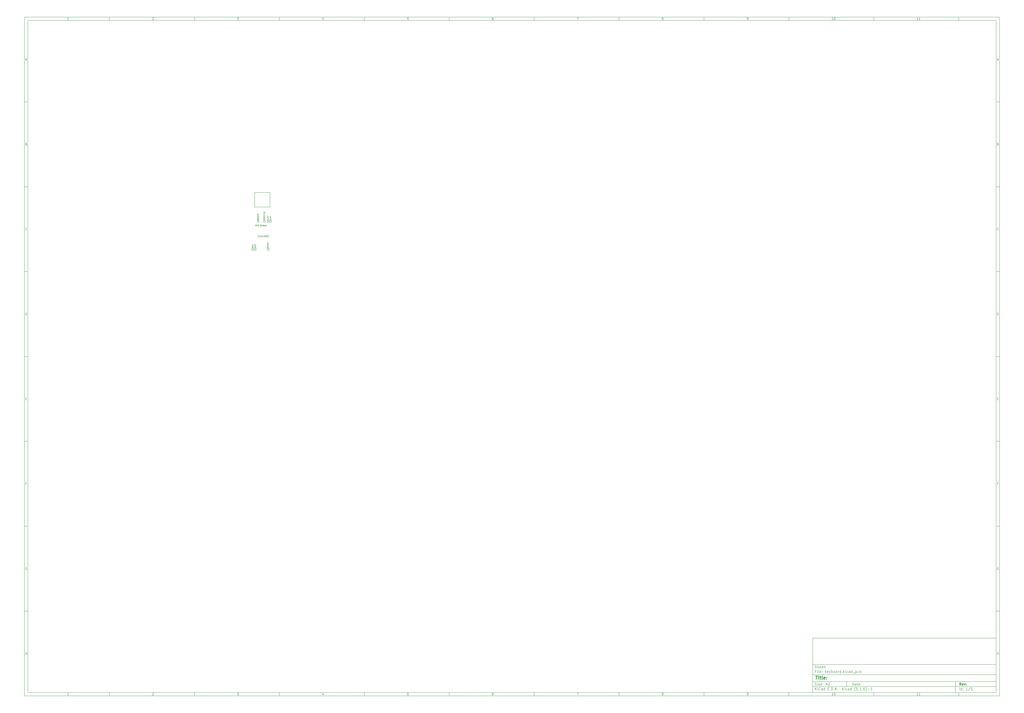
<source format=gbr>
G04 #@! TF.GenerationSoftware,KiCad,Pcbnew,(5.1.6)-1*
G04 #@! TF.CreationDate,2020-10-04T22:42:36-04:00*
G04 #@! TF.ProjectId,keyboard,6b657962-6f61-4726-942e-6b696361645f,rev?*
G04 #@! TF.SameCoordinates,Original*
G04 #@! TF.FileFunction,Other,Comment*
%FSLAX46Y46*%
G04 Gerber Fmt 4.6, Leading zero omitted, Abs format (unit mm)*
G04 Created by KiCad (PCBNEW (5.1.6)-1) date 2020-10-04 22:42:36*
%MOMM*%
%LPD*%
G01*
G04 APERTURE LIST*
%ADD10C,0.100000*%
%ADD11C,0.150000*%
%ADD12C,0.300000*%
%ADD13C,0.400000*%
G04 APERTURE END LIST*
D10*
D11*
X474004400Y-375989000D02*
X474004400Y-407989000D01*
X582004400Y-407989000D01*
X582004400Y-375989000D01*
X474004400Y-375989000D01*
D10*
D11*
X10000000Y-10000000D02*
X10000000Y-409989000D01*
X584004400Y-409989000D01*
X584004400Y-10000000D01*
X10000000Y-10000000D01*
D10*
D11*
X12000000Y-12000000D02*
X12000000Y-407989000D01*
X582004400Y-407989000D01*
X582004400Y-12000000D01*
X12000000Y-12000000D01*
D10*
D11*
X60000000Y-12000000D02*
X60000000Y-10000000D01*
D10*
D11*
X110000000Y-12000000D02*
X110000000Y-10000000D01*
D10*
D11*
X160000000Y-12000000D02*
X160000000Y-10000000D01*
D10*
D11*
X210000000Y-12000000D02*
X210000000Y-10000000D01*
D10*
D11*
X260000000Y-12000000D02*
X260000000Y-10000000D01*
D10*
D11*
X310000000Y-12000000D02*
X310000000Y-10000000D01*
D10*
D11*
X360000000Y-12000000D02*
X360000000Y-10000000D01*
D10*
D11*
X410000000Y-12000000D02*
X410000000Y-10000000D01*
D10*
D11*
X460000000Y-12000000D02*
X460000000Y-10000000D01*
D10*
D11*
X510000000Y-12000000D02*
X510000000Y-10000000D01*
D10*
D11*
X560000000Y-12000000D02*
X560000000Y-10000000D01*
D10*
D11*
X36065476Y-11588095D02*
X35322619Y-11588095D01*
X35694047Y-11588095D02*
X35694047Y-10288095D01*
X35570238Y-10473809D01*
X35446428Y-10597619D01*
X35322619Y-10659523D01*
D10*
D11*
X85322619Y-10411904D02*
X85384523Y-10350000D01*
X85508333Y-10288095D01*
X85817857Y-10288095D01*
X85941666Y-10350000D01*
X86003571Y-10411904D01*
X86065476Y-10535714D01*
X86065476Y-10659523D01*
X86003571Y-10845238D01*
X85260714Y-11588095D01*
X86065476Y-11588095D01*
D10*
D11*
X135260714Y-10288095D02*
X136065476Y-10288095D01*
X135632142Y-10783333D01*
X135817857Y-10783333D01*
X135941666Y-10845238D01*
X136003571Y-10907142D01*
X136065476Y-11030952D01*
X136065476Y-11340476D01*
X136003571Y-11464285D01*
X135941666Y-11526190D01*
X135817857Y-11588095D01*
X135446428Y-11588095D01*
X135322619Y-11526190D01*
X135260714Y-11464285D01*
D10*
D11*
X185941666Y-10721428D02*
X185941666Y-11588095D01*
X185632142Y-10226190D02*
X185322619Y-11154761D01*
X186127380Y-11154761D01*
D10*
D11*
X236003571Y-10288095D02*
X235384523Y-10288095D01*
X235322619Y-10907142D01*
X235384523Y-10845238D01*
X235508333Y-10783333D01*
X235817857Y-10783333D01*
X235941666Y-10845238D01*
X236003571Y-10907142D01*
X236065476Y-11030952D01*
X236065476Y-11340476D01*
X236003571Y-11464285D01*
X235941666Y-11526190D01*
X235817857Y-11588095D01*
X235508333Y-11588095D01*
X235384523Y-11526190D01*
X235322619Y-11464285D01*
D10*
D11*
X285941666Y-10288095D02*
X285694047Y-10288095D01*
X285570238Y-10350000D01*
X285508333Y-10411904D01*
X285384523Y-10597619D01*
X285322619Y-10845238D01*
X285322619Y-11340476D01*
X285384523Y-11464285D01*
X285446428Y-11526190D01*
X285570238Y-11588095D01*
X285817857Y-11588095D01*
X285941666Y-11526190D01*
X286003571Y-11464285D01*
X286065476Y-11340476D01*
X286065476Y-11030952D01*
X286003571Y-10907142D01*
X285941666Y-10845238D01*
X285817857Y-10783333D01*
X285570238Y-10783333D01*
X285446428Y-10845238D01*
X285384523Y-10907142D01*
X285322619Y-11030952D01*
D10*
D11*
X335260714Y-10288095D02*
X336127380Y-10288095D01*
X335570238Y-11588095D01*
D10*
D11*
X385570238Y-10845238D02*
X385446428Y-10783333D01*
X385384523Y-10721428D01*
X385322619Y-10597619D01*
X385322619Y-10535714D01*
X385384523Y-10411904D01*
X385446428Y-10350000D01*
X385570238Y-10288095D01*
X385817857Y-10288095D01*
X385941666Y-10350000D01*
X386003571Y-10411904D01*
X386065476Y-10535714D01*
X386065476Y-10597619D01*
X386003571Y-10721428D01*
X385941666Y-10783333D01*
X385817857Y-10845238D01*
X385570238Y-10845238D01*
X385446428Y-10907142D01*
X385384523Y-10969047D01*
X385322619Y-11092857D01*
X385322619Y-11340476D01*
X385384523Y-11464285D01*
X385446428Y-11526190D01*
X385570238Y-11588095D01*
X385817857Y-11588095D01*
X385941666Y-11526190D01*
X386003571Y-11464285D01*
X386065476Y-11340476D01*
X386065476Y-11092857D01*
X386003571Y-10969047D01*
X385941666Y-10907142D01*
X385817857Y-10845238D01*
D10*
D11*
X435446428Y-11588095D02*
X435694047Y-11588095D01*
X435817857Y-11526190D01*
X435879761Y-11464285D01*
X436003571Y-11278571D01*
X436065476Y-11030952D01*
X436065476Y-10535714D01*
X436003571Y-10411904D01*
X435941666Y-10350000D01*
X435817857Y-10288095D01*
X435570238Y-10288095D01*
X435446428Y-10350000D01*
X435384523Y-10411904D01*
X435322619Y-10535714D01*
X435322619Y-10845238D01*
X435384523Y-10969047D01*
X435446428Y-11030952D01*
X435570238Y-11092857D01*
X435817857Y-11092857D01*
X435941666Y-11030952D01*
X436003571Y-10969047D01*
X436065476Y-10845238D01*
D10*
D11*
X486065476Y-11588095D02*
X485322619Y-11588095D01*
X485694047Y-11588095D02*
X485694047Y-10288095D01*
X485570238Y-10473809D01*
X485446428Y-10597619D01*
X485322619Y-10659523D01*
X486870238Y-10288095D02*
X486994047Y-10288095D01*
X487117857Y-10350000D01*
X487179761Y-10411904D01*
X487241666Y-10535714D01*
X487303571Y-10783333D01*
X487303571Y-11092857D01*
X487241666Y-11340476D01*
X487179761Y-11464285D01*
X487117857Y-11526190D01*
X486994047Y-11588095D01*
X486870238Y-11588095D01*
X486746428Y-11526190D01*
X486684523Y-11464285D01*
X486622619Y-11340476D01*
X486560714Y-11092857D01*
X486560714Y-10783333D01*
X486622619Y-10535714D01*
X486684523Y-10411904D01*
X486746428Y-10350000D01*
X486870238Y-10288095D01*
D10*
D11*
X536065476Y-11588095D02*
X535322619Y-11588095D01*
X535694047Y-11588095D02*
X535694047Y-10288095D01*
X535570238Y-10473809D01*
X535446428Y-10597619D01*
X535322619Y-10659523D01*
X537303571Y-11588095D02*
X536560714Y-11588095D01*
X536932142Y-11588095D02*
X536932142Y-10288095D01*
X536808333Y-10473809D01*
X536684523Y-10597619D01*
X536560714Y-10659523D01*
D10*
D11*
X60000000Y-407989000D02*
X60000000Y-409989000D01*
D10*
D11*
X110000000Y-407989000D02*
X110000000Y-409989000D01*
D10*
D11*
X160000000Y-407989000D02*
X160000000Y-409989000D01*
D10*
D11*
X210000000Y-407989000D02*
X210000000Y-409989000D01*
D10*
D11*
X260000000Y-407989000D02*
X260000000Y-409989000D01*
D10*
D11*
X310000000Y-407989000D02*
X310000000Y-409989000D01*
D10*
D11*
X360000000Y-407989000D02*
X360000000Y-409989000D01*
D10*
D11*
X410000000Y-407989000D02*
X410000000Y-409989000D01*
D10*
D11*
X460000000Y-407989000D02*
X460000000Y-409989000D01*
D10*
D11*
X510000000Y-407989000D02*
X510000000Y-409989000D01*
D10*
D11*
X560000000Y-407989000D02*
X560000000Y-409989000D01*
D10*
D11*
X36065476Y-409577095D02*
X35322619Y-409577095D01*
X35694047Y-409577095D02*
X35694047Y-408277095D01*
X35570238Y-408462809D01*
X35446428Y-408586619D01*
X35322619Y-408648523D01*
D10*
D11*
X85322619Y-408400904D02*
X85384523Y-408339000D01*
X85508333Y-408277095D01*
X85817857Y-408277095D01*
X85941666Y-408339000D01*
X86003571Y-408400904D01*
X86065476Y-408524714D01*
X86065476Y-408648523D01*
X86003571Y-408834238D01*
X85260714Y-409577095D01*
X86065476Y-409577095D01*
D10*
D11*
X135260714Y-408277095D02*
X136065476Y-408277095D01*
X135632142Y-408772333D01*
X135817857Y-408772333D01*
X135941666Y-408834238D01*
X136003571Y-408896142D01*
X136065476Y-409019952D01*
X136065476Y-409329476D01*
X136003571Y-409453285D01*
X135941666Y-409515190D01*
X135817857Y-409577095D01*
X135446428Y-409577095D01*
X135322619Y-409515190D01*
X135260714Y-409453285D01*
D10*
D11*
X185941666Y-408710428D02*
X185941666Y-409577095D01*
X185632142Y-408215190D02*
X185322619Y-409143761D01*
X186127380Y-409143761D01*
D10*
D11*
X236003571Y-408277095D02*
X235384523Y-408277095D01*
X235322619Y-408896142D01*
X235384523Y-408834238D01*
X235508333Y-408772333D01*
X235817857Y-408772333D01*
X235941666Y-408834238D01*
X236003571Y-408896142D01*
X236065476Y-409019952D01*
X236065476Y-409329476D01*
X236003571Y-409453285D01*
X235941666Y-409515190D01*
X235817857Y-409577095D01*
X235508333Y-409577095D01*
X235384523Y-409515190D01*
X235322619Y-409453285D01*
D10*
D11*
X285941666Y-408277095D02*
X285694047Y-408277095D01*
X285570238Y-408339000D01*
X285508333Y-408400904D01*
X285384523Y-408586619D01*
X285322619Y-408834238D01*
X285322619Y-409329476D01*
X285384523Y-409453285D01*
X285446428Y-409515190D01*
X285570238Y-409577095D01*
X285817857Y-409577095D01*
X285941666Y-409515190D01*
X286003571Y-409453285D01*
X286065476Y-409329476D01*
X286065476Y-409019952D01*
X286003571Y-408896142D01*
X285941666Y-408834238D01*
X285817857Y-408772333D01*
X285570238Y-408772333D01*
X285446428Y-408834238D01*
X285384523Y-408896142D01*
X285322619Y-409019952D01*
D10*
D11*
X335260714Y-408277095D02*
X336127380Y-408277095D01*
X335570238Y-409577095D01*
D10*
D11*
X385570238Y-408834238D02*
X385446428Y-408772333D01*
X385384523Y-408710428D01*
X385322619Y-408586619D01*
X385322619Y-408524714D01*
X385384523Y-408400904D01*
X385446428Y-408339000D01*
X385570238Y-408277095D01*
X385817857Y-408277095D01*
X385941666Y-408339000D01*
X386003571Y-408400904D01*
X386065476Y-408524714D01*
X386065476Y-408586619D01*
X386003571Y-408710428D01*
X385941666Y-408772333D01*
X385817857Y-408834238D01*
X385570238Y-408834238D01*
X385446428Y-408896142D01*
X385384523Y-408958047D01*
X385322619Y-409081857D01*
X385322619Y-409329476D01*
X385384523Y-409453285D01*
X385446428Y-409515190D01*
X385570238Y-409577095D01*
X385817857Y-409577095D01*
X385941666Y-409515190D01*
X386003571Y-409453285D01*
X386065476Y-409329476D01*
X386065476Y-409081857D01*
X386003571Y-408958047D01*
X385941666Y-408896142D01*
X385817857Y-408834238D01*
D10*
D11*
X435446428Y-409577095D02*
X435694047Y-409577095D01*
X435817857Y-409515190D01*
X435879761Y-409453285D01*
X436003571Y-409267571D01*
X436065476Y-409019952D01*
X436065476Y-408524714D01*
X436003571Y-408400904D01*
X435941666Y-408339000D01*
X435817857Y-408277095D01*
X435570238Y-408277095D01*
X435446428Y-408339000D01*
X435384523Y-408400904D01*
X435322619Y-408524714D01*
X435322619Y-408834238D01*
X435384523Y-408958047D01*
X435446428Y-409019952D01*
X435570238Y-409081857D01*
X435817857Y-409081857D01*
X435941666Y-409019952D01*
X436003571Y-408958047D01*
X436065476Y-408834238D01*
D10*
D11*
X486065476Y-409577095D02*
X485322619Y-409577095D01*
X485694047Y-409577095D02*
X485694047Y-408277095D01*
X485570238Y-408462809D01*
X485446428Y-408586619D01*
X485322619Y-408648523D01*
X486870238Y-408277095D02*
X486994047Y-408277095D01*
X487117857Y-408339000D01*
X487179761Y-408400904D01*
X487241666Y-408524714D01*
X487303571Y-408772333D01*
X487303571Y-409081857D01*
X487241666Y-409329476D01*
X487179761Y-409453285D01*
X487117857Y-409515190D01*
X486994047Y-409577095D01*
X486870238Y-409577095D01*
X486746428Y-409515190D01*
X486684523Y-409453285D01*
X486622619Y-409329476D01*
X486560714Y-409081857D01*
X486560714Y-408772333D01*
X486622619Y-408524714D01*
X486684523Y-408400904D01*
X486746428Y-408339000D01*
X486870238Y-408277095D01*
D10*
D11*
X536065476Y-409577095D02*
X535322619Y-409577095D01*
X535694047Y-409577095D02*
X535694047Y-408277095D01*
X535570238Y-408462809D01*
X535446428Y-408586619D01*
X535322619Y-408648523D01*
X537303571Y-409577095D02*
X536560714Y-409577095D01*
X536932142Y-409577095D02*
X536932142Y-408277095D01*
X536808333Y-408462809D01*
X536684523Y-408586619D01*
X536560714Y-408648523D01*
D10*
D11*
X10000000Y-60000000D02*
X12000000Y-60000000D01*
D10*
D11*
X10000000Y-110000000D02*
X12000000Y-110000000D01*
D10*
D11*
X10000000Y-160000000D02*
X12000000Y-160000000D01*
D10*
D11*
X10000000Y-210000000D02*
X12000000Y-210000000D01*
D10*
D11*
X10000000Y-260000000D02*
X12000000Y-260000000D01*
D10*
D11*
X10000000Y-310000000D02*
X12000000Y-310000000D01*
D10*
D11*
X10000000Y-360000000D02*
X12000000Y-360000000D01*
D10*
D11*
X10690476Y-35216666D02*
X11309523Y-35216666D01*
X10566666Y-35588095D02*
X11000000Y-34288095D01*
X11433333Y-35588095D01*
D10*
D11*
X11092857Y-84907142D02*
X11278571Y-84969047D01*
X11340476Y-85030952D01*
X11402380Y-85154761D01*
X11402380Y-85340476D01*
X11340476Y-85464285D01*
X11278571Y-85526190D01*
X11154761Y-85588095D01*
X10659523Y-85588095D01*
X10659523Y-84288095D01*
X11092857Y-84288095D01*
X11216666Y-84350000D01*
X11278571Y-84411904D01*
X11340476Y-84535714D01*
X11340476Y-84659523D01*
X11278571Y-84783333D01*
X11216666Y-84845238D01*
X11092857Y-84907142D01*
X10659523Y-84907142D01*
D10*
D11*
X11402380Y-135464285D02*
X11340476Y-135526190D01*
X11154761Y-135588095D01*
X11030952Y-135588095D01*
X10845238Y-135526190D01*
X10721428Y-135402380D01*
X10659523Y-135278571D01*
X10597619Y-135030952D01*
X10597619Y-134845238D01*
X10659523Y-134597619D01*
X10721428Y-134473809D01*
X10845238Y-134350000D01*
X11030952Y-134288095D01*
X11154761Y-134288095D01*
X11340476Y-134350000D01*
X11402380Y-134411904D01*
D10*
D11*
X10659523Y-185588095D02*
X10659523Y-184288095D01*
X10969047Y-184288095D01*
X11154761Y-184350000D01*
X11278571Y-184473809D01*
X11340476Y-184597619D01*
X11402380Y-184845238D01*
X11402380Y-185030952D01*
X11340476Y-185278571D01*
X11278571Y-185402380D01*
X11154761Y-185526190D01*
X10969047Y-185588095D01*
X10659523Y-185588095D01*
D10*
D11*
X10721428Y-234907142D02*
X11154761Y-234907142D01*
X11340476Y-235588095D02*
X10721428Y-235588095D01*
X10721428Y-234288095D01*
X11340476Y-234288095D01*
D10*
D11*
X11185714Y-284907142D02*
X10752380Y-284907142D01*
X10752380Y-285588095D02*
X10752380Y-284288095D01*
X11371428Y-284288095D01*
D10*
D11*
X11340476Y-334350000D02*
X11216666Y-334288095D01*
X11030952Y-334288095D01*
X10845238Y-334350000D01*
X10721428Y-334473809D01*
X10659523Y-334597619D01*
X10597619Y-334845238D01*
X10597619Y-335030952D01*
X10659523Y-335278571D01*
X10721428Y-335402380D01*
X10845238Y-335526190D01*
X11030952Y-335588095D01*
X11154761Y-335588095D01*
X11340476Y-335526190D01*
X11402380Y-335464285D01*
X11402380Y-335030952D01*
X11154761Y-335030952D01*
D10*
D11*
X10628571Y-385588095D02*
X10628571Y-384288095D01*
X10628571Y-384907142D02*
X11371428Y-384907142D01*
X11371428Y-385588095D02*
X11371428Y-384288095D01*
D10*
D11*
X584004400Y-60000000D02*
X582004400Y-60000000D01*
D10*
D11*
X584004400Y-110000000D02*
X582004400Y-110000000D01*
D10*
D11*
X584004400Y-160000000D02*
X582004400Y-160000000D01*
D10*
D11*
X584004400Y-210000000D02*
X582004400Y-210000000D01*
D10*
D11*
X584004400Y-260000000D02*
X582004400Y-260000000D01*
D10*
D11*
X584004400Y-310000000D02*
X582004400Y-310000000D01*
D10*
D11*
X584004400Y-360000000D02*
X582004400Y-360000000D01*
D10*
D11*
X582694876Y-35216666D02*
X583313923Y-35216666D01*
X582571066Y-35588095D02*
X583004400Y-34288095D01*
X583437733Y-35588095D01*
D10*
D11*
X583097257Y-84907142D02*
X583282971Y-84969047D01*
X583344876Y-85030952D01*
X583406780Y-85154761D01*
X583406780Y-85340476D01*
X583344876Y-85464285D01*
X583282971Y-85526190D01*
X583159161Y-85588095D01*
X582663923Y-85588095D01*
X582663923Y-84288095D01*
X583097257Y-84288095D01*
X583221066Y-84350000D01*
X583282971Y-84411904D01*
X583344876Y-84535714D01*
X583344876Y-84659523D01*
X583282971Y-84783333D01*
X583221066Y-84845238D01*
X583097257Y-84907142D01*
X582663923Y-84907142D01*
D10*
D11*
X583406780Y-135464285D02*
X583344876Y-135526190D01*
X583159161Y-135588095D01*
X583035352Y-135588095D01*
X582849638Y-135526190D01*
X582725828Y-135402380D01*
X582663923Y-135278571D01*
X582602019Y-135030952D01*
X582602019Y-134845238D01*
X582663923Y-134597619D01*
X582725828Y-134473809D01*
X582849638Y-134350000D01*
X583035352Y-134288095D01*
X583159161Y-134288095D01*
X583344876Y-134350000D01*
X583406780Y-134411904D01*
D10*
D11*
X582663923Y-185588095D02*
X582663923Y-184288095D01*
X582973447Y-184288095D01*
X583159161Y-184350000D01*
X583282971Y-184473809D01*
X583344876Y-184597619D01*
X583406780Y-184845238D01*
X583406780Y-185030952D01*
X583344876Y-185278571D01*
X583282971Y-185402380D01*
X583159161Y-185526190D01*
X582973447Y-185588095D01*
X582663923Y-185588095D01*
D10*
D11*
X582725828Y-234907142D02*
X583159161Y-234907142D01*
X583344876Y-235588095D02*
X582725828Y-235588095D01*
X582725828Y-234288095D01*
X583344876Y-234288095D01*
D10*
D11*
X583190114Y-284907142D02*
X582756780Y-284907142D01*
X582756780Y-285588095D02*
X582756780Y-284288095D01*
X583375828Y-284288095D01*
D10*
D11*
X583344876Y-334350000D02*
X583221066Y-334288095D01*
X583035352Y-334288095D01*
X582849638Y-334350000D01*
X582725828Y-334473809D01*
X582663923Y-334597619D01*
X582602019Y-334845238D01*
X582602019Y-335030952D01*
X582663923Y-335278571D01*
X582725828Y-335402380D01*
X582849638Y-335526190D01*
X583035352Y-335588095D01*
X583159161Y-335588095D01*
X583344876Y-335526190D01*
X583406780Y-335464285D01*
X583406780Y-335030952D01*
X583159161Y-335030952D01*
D10*
D11*
X582632971Y-385588095D02*
X582632971Y-384288095D01*
X582632971Y-384907142D02*
X583375828Y-384907142D01*
X583375828Y-385588095D02*
X583375828Y-384288095D01*
D10*
D11*
X497436542Y-403767571D02*
X497436542Y-402267571D01*
X497793685Y-402267571D01*
X498007971Y-402339000D01*
X498150828Y-402481857D01*
X498222257Y-402624714D01*
X498293685Y-402910428D01*
X498293685Y-403124714D01*
X498222257Y-403410428D01*
X498150828Y-403553285D01*
X498007971Y-403696142D01*
X497793685Y-403767571D01*
X497436542Y-403767571D01*
X499579400Y-403767571D02*
X499579400Y-402981857D01*
X499507971Y-402839000D01*
X499365114Y-402767571D01*
X499079400Y-402767571D01*
X498936542Y-402839000D01*
X499579400Y-403696142D02*
X499436542Y-403767571D01*
X499079400Y-403767571D01*
X498936542Y-403696142D01*
X498865114Y-403553285D01*
X498865114Y-403410428D01*
X498936542Y-403267571D01*
X499079400Y-403196142D01*
X499436542Y-403196142D01*
X499579400Y-403124714D01*
X500079400Y-402767571D02*
X500650828Y-402767571D01*
X500293685Y-402267571D02*
X500293685Y-403553285D01*
X500365114Y-403696142D01*
X500507971Y-403767571D01*
X500650828Y-403767571D01*
X501722257Y-403696142D02*
X501579400Y-403767571D01*
X501293685Y-403767571D01*
X501150828Y-403696142D01*
X501079400Y-403553285D01*
X501079400Y-402981857D01*
X501150828Y-402839000D01*
X501293685Y-402767571D01*
X501579400Y-402767571D01*
X501722257Y-402839000D01*
X501793685Y-402981857D01*
X501793685Y-403124714D01*
X501079400Y-403267571D01*
X502436542Y-403624714D02*
X502507971Y-403696142D01*
X502436542Y-403767571D01*
X502365114Y-403696142D01*
X502436542Y-403624714D01*
X502436542Y-403767571D01*
X502436542Y-402839000D02*
X502507971Y-402910428D01*
X502436542Y-402981857D01*
X502365114Y-402910428D01*
X502436542Y-402839000D01*
X502436542Y-402981857D01*
D10*
D11*
X474004400Y-404489000D02*
X582004400Y-404489000D01*
D10*
D11*
X475436542Y-406567571D02*
X475436542Y-405067571D01*
X476293685Y-406567571D02*
X475650828Y-405710428D01*
X476293685Y-405067571D02*
X475436542Y-405924714D01*
X476936542Y-406567571D02*
X476936542Y-405567571D01*
X476936542Y-405067571D02*
X476865114Y-405139000D01*
X476936542Y-405210428D01*
X477007971Y-405139000D01*
X476936542Y-405067571D01*
X476936542Y-405210428D01*
X478507971Y-406424714D02*
X478436542Y-406496142D01*
X478222257Y-406567571D01*
X478079400Y-406567571D01*
X477865114Y-406496142D01*
X477722257Y-406353285D01*
X477650828Y-406210428D01*
X477579400Y-405924714D01*
X477579400Y-405710428D01*
X477650828Y-405424714D01*
X477722257Y-405281857D01*
X477865114Y-405139000D01*
X478079400Y-405067571D01*
X478222257Y-405067571D01*
X478436542Y-405139000D01*
X478507971Y-405210428D01*
X479793685Y-406567571D02*
X479793685Y-405781857D01*
X479722257Y-405639000D01*
X479579400Y-405567571D01*
X479293685Y-405567571D01*
X479150828Y-405639000D01*
X479793685Y-406496142D02*
X479650828Y-406567571D01*
X479293685Y-406567571D01*
X479150828Y-406496142D01*
X479079400Y-406353285D01*
X479079400Y-406210428D01*
X479150828Y-406067571D01*
X479293685Y-405996142D01*
X479650828Y-405996142D01*
X479793685Y-405924714D01*
X481150828Y-406567571D02*
X481150828Y-405067571D01*
X481150828Y-406496142D02*
X481007971Y-406567571D01*
X480722257Y-406567571D01*
X480579400Y-406496142D01*
X480507971Y-406424714D01*
X480436542Y-406281857D01*
X480436542Y-405853285D01*
X480507971Y-405710428D01*
X480579400Y-405639000D01*
X480722257Y-405567571D01*
X481007971Y-405567571D01*
X481150828Y-405639000D01*
X483007971Y-405781857D02*
X483507971Y-405781857D01*
X483722257Y-406567571D02*
X483007971Y-406567571D01*
X483007971Y-405067571D01*
X483722257Y-405067571D01*
X484365114Y-406424714D02*
X484436542Y-406496142D01*
X484365114Y-406567571D01*
X484293685Y-406496142D01*
X484365114Y-406424714D01*
X484365114Y-406567571D01*
X485079400Y-406567571D02*
X485079400Y-405067571D01*
X485436542Y-405067571D01*
X485650828Y-405139000D01*
X485793685Y-405281857D01*
X485865114Y-405424714D01*
X485936542Y-405710428D01*
X485936542Y-405924714D01*
X485865114Y-406210428D01*
X485793685Y-406353285D01*
X485650828Y-406496142D01*
X485436542Y-406567571D01*
X485079400Y-406567571D01*
X486579400Y-406424714D02*
X486650828Y-406496142D01*
X486579400Y-406567571D01*
X486507971Y-406496142D01*
X486579400Y-406424714D01*
X486579400Y-406567571D01*
X487222257Y-406139000D02*
X487936542Y-406139000D01*
X487079400Y-406567571D02*
X487579400Y-405067571D01*
X488079400Y-406567571D01*
X488579400Y-406424714D02*
X488650828Y-406496142D01*
X488579400Y-406567571D01*
X488507971Y-406496142D01*
X488579400Y-406424714D01*
X488579400Y-406567571D01*
X491579400Y-406567571D02*
X491579400Y-405067571D01*
X491722257Y-405996142D02*
X492150828Y-406567571D01*
X492150828Y-405567571D02*
X491579400Y-406139000D01*
X492793685Y-406567571D02*
X492793685Y-405567571D01*
X492793685Y-405067571D02*
X492722257Y-405139000D01*
X492793685Y-405210428D01*
X492865114Y-405139000D01*
X492793685Y-405067571D01*
X492793685Y-405210428D01*
X494150828Y-406496142D02*
X494007971Y-406567571D01*
X493722257Y-406567571D01*
X493579400Y-406496142D01*
X493507971Y-406424714D01*
X493436542Y-406281857D01*
X493436542Y-405853285D01*
X493507971Y-405710428D01*
X493579400Y-405639000D01*
X493722257Y-405567571D01*
X494007971Y-405567571D01*
X494150828Y-405639000D01*
X495436542Y-406567571D02*
X495436542Y-405781857D01*
X495365114Y-405639000D01*
X495222257Y-405567571D01*
X494936542Y-405567571D01*
X494793685Y-405639000D01*
X495436542Y-406496142D02*
X495293685Y-406567571D01*
X494936542Y-406567571D01*
X494793685Y-406496142D01*
X494722257Y-406353285D01*
X494722257Y-406210428D01*
X494793685Y-406067571D01*
X494936542Y-405996142D01*
X495293685Y-405996142D01*
X495436542Y-405924714D01*
X496793685Y-406567571D02*
X496793685Y-405067571D01*
X496793685Y-406496142D02*
X496650828Y-406567571D01*
X496365114Y-406567571D01*
X496222257Y-406496142D01*
X496150828Y-406424714D01*
X496079400Y-406281857D01*
X496079400Y-405853285D01*
X496150828Y-405710428D01*
X496222257Y-405639000D01*
X496365114Y-405567571D01*
X496650828Y-405567571D01*
X496793685Y-405639000D01*
X499079400Y-407139000D02*
X499007971Y-407067571D01*
X498865114Y-406853285D01*
X498793685Y-406710428D01*
X498722257Y-406496142D01*
X498650828Y-406139000D01*
X498650828Y-405853285D01*
X498722257Y-405496142D01*
X498793685Y-405281857D01*
X498865114Y-405139000D01*
X499007971Y-404924714D01*
X499079400Y-404853285D01*
X500365114Y-405067571D02*
X499650828Y-405067571D01*
X499579400Y-405781857D01*
X499650828Y-405710428D01*
X499793685Y-405639000D01*
X500150828Y-405639000D01*
X500293685Y-405710428D01*
X500365114Y-405781857D01*
X500436542Y-405924714D01*
X500436542Y-406281857D01*
X500365114Y-406424714D01*
X500293685Y-406496142D01*
X500150828Y-406567571D01*
X499793685Y-406567571D01*
X499650828Y-406496142D01*
X499579400Y-406424714D01*
X501079400Y-406424714D02*
X501150828Y-406496142D01*
X501079400Y-406567571D01*
X501007971Y-406496142D01*
X501079400Y-406424714D01*
X501079400Y-406567571D01*
X502579400Y-406567571D02*
X501722257Y-406567571D01*
X502150828Y-406567571D02*
X502150828Y-405067571D01*
X502007971Y-405281857D01*
X501865114Y-405424714D01*
X501722257Y-405496142D01*
X503222257Y-406424714D02*
X503293685Y-406496142D01*
X503222257Y-406567571D01*
X503150828Y-406496142D01*
X503222257Y-406424714D01*
X503222257Y-406567571D01*
X504579400Y-405067571D02*
X504293685Y-405067571D01*
X504150828Y-405139000D01*
X504079400Y-405210428D01*
X503936542Y-405424714D01*
X503865114Y-405710428D01*
X503865114Y-406281857D01*
X503936542Y-406424714D01*
X504007971Y-406496142D01*
X504150828Y-406567571D01*
X504436542Y-406567571D01*
X504579400Y-406496142D01*
X504650828Y-406424714D01*
X504722257Y-406281857D01*
X504722257Y-405924714D01*
X504650828Y-405781857D01*
X504579400Y-405710428D01*
X504436542Y-405639000D01*
X504150828Y-405639000D01*
X504007971Y-405710428D01*
X503936542Y-405781857D01*
X503865114Y-405924714D01*
X505222257Y-407139000D02*
X505293685Y-407067571D01*
X505436542Y-406853285D01*
X505507971Y-406710428D01*
X505579400Y-406496142D01*
X505650828Y-406139000D01*
X505650828Y-405853285D01*
X505579400Y-405496142D01*
X505507971Y-405281857D01*
X505436542Y-405139000D01*
X505293685Y-404924714D01*
X505222257Y-404853285D01*
X506365114Y-405996142D02*
X507507971Y-405996142D01*
X509007971Y-406567571D02*
X508150828Y-406567571D01*
X508579400Y-406567571D02*
X508579400Y-405067571D01*
X508436542Y-405281857D01*
X508293685Y-405424714D01*
X508150828Y-405496142D01*
D10*
D11*
X474004400Y-401489000D02*
X582004400Y-401489000D01*
D10*
D12*
X561413685Y-403767571D02*
X560913685Y-403053285D01*
X560556542Y-403767571D02*
X560556542Y-402267571D01*
X561127971Y-402267571D01*
X561270828Y-402339000D01*
X561342257Y-402410428D01*
X561413685Y-402553285D01*
X561413685Y-402767571D01*
X561342257Y-402910428D01*
X561270828Y-402981857D01*
X561127971Y-403053285D01*
X560556542Y-403053285D01*
X562627971Y-403696142D02*
X562485114Y-403767571D01*
X562199400Y-403767571D01*
X562056542Y-403696142D01*
X561985114Y-403553285D01*
X561985114Y-402981857D01*
X562056542Y-402839000D01*
X562199400Y-402767571D01*
X562485114Y-402767571D01*
X562627971Y-402839000D01*
X562699400Y-402981857D01*
X562699400Y-403124714D01*
X561985114Y-403267571D01*
X563199400Y-402767571D02*
X563556542Y-403767571D01*
X563913685Y-402767571D01*
X564485114Y-403624714D02*
X564556542Y-403696142D01*
X564485114Y-403767571D01*
X564413685Y-403696142D01*
X564485114Y-403624714D01*
X564485114Y-403767571D01*
X564485114Y-402839000D02*
X564556542Y-402910428D01*
X564485114Y-402981857D01*
X564413685Y-402910428D01*
X564485114Y-402839000D01*
X564485114Y-402981857D01*
D10*
D11*
X475365114Y-403696142D02*
X475579400Y-403767571D01*
X475936542Y-403767571D01*
X476079400Y-403696142D01*
X476150828Y-403624714D01*
X476222257Y-403481857D01*
X476222257Y-403339000D01*
X476150828Y-403196142D01*
X476079400Y-403124714D01*
X475936542Y-403053285D01*
X475650828Y-402981857D01*
X475507971Y-402910428D01*
X475436542Y-402839000D01*
X475365114Y-402696142D01*
X475365114Y-402553285D01*
X475436542Y-402410428D01*
X475507971Y-402339000D01*
X475650828Y-402267571D01*
X476007971Y-402267571D01*
X476222257Y-402339000D01*
X476865114Y-403767571D02*
X476865114Y-402767571D01*
X476865114Y-402267571D02*
X476793685Y-402339000D01*
X476865114Y-402410428D01*
X476936542Y-402339000D01*
X476865114Y-402267571D01*
X476865114Y-402410428D01*
X477436542Y-402767571D02*
X478222257Y-402767571D01*
X477436542Y-403767571D01*
X478222257Y-403767571D01*
X479365114Y-403696142D02*
X479222257Y-403767571D01*
X478936542Y-403767571D01*
X478793685Y-403696142D01*
X478722257Y-403553285D01*
X478722257Y-402981857D01*
X478793685Y-402839000D01*
X478936542Y-402767571D01*
X479222257Y-402767571D01*
X479365114Y-402839000D01*
X479436542Y-402981857D01*
X479436542Y-403124714D01*
X478722257Y-403267571D01*
X480079400Y-403624714D02*
X480150828Y-403696142D01*
X480079400Y-403767571D01*
X480007971Y-403696142D01*
X480079400Y-403624714D01*
X480079400Y-403767571D01*
X480079400Y-402839000D02*
X480150828Y-402910428D01*
X480079400Y-402981857D01*
X480007971Y-402910428D01*
X480079400Y-402839000D01*
X480079400Y-402981857D01*
X481865114Y-403339000D02*
X482579400Y-403339000D01*
X481722257Y-403767571D02*
X482222257Y-402267571D01*
X482722257Y-403767571D01*
X483150828Y-402410428D02*
X483222257Y-402339000D01*
X483365114Y-402267571D01*
X483722257Y-402267571D01*
X483865114Y-402339000D01*
X483936542Y-402410428D01*
X484007971Y-402553285D01*
X484007971Y-402696142D01*
X483936542Y-402910428D01*
X483079400Y-403767571D01*
X484007971Y-403767571D01*
D10*
D11*
X560436542Y-406567571D02*
X560436542Y-405067571D01*
X561793685Y-406567571D02*
X561793685Y-405067571D01*
X561793685Y-406496142D02*
X561650828Y-406567571D01*
X561365114Y-406567571D01*
X561222257Y-406496142D01*
X561150828Y-406424714D01*
X561079400Y-406281857D01*
X561079400Y-405853285D01*
X561150828Y-405710428D01*
X561222257Y-405639000D01*
X561365114Y-405567571D01*
X561650828Y-405567571D01*
X561793685Y-405639000D01*
X562507971Y-406424714D02*
X562579400Y-406496142D01*
X562507971Y-406567571D01*
X562436542Y-406496142D01*
X562507971Y-406424714D01*
X562507971Y-406567571D01*
X562507971Y-405639000D02*
X562579400Y-405710428D01*
X562507971Y-405781857D01*
X562436542Y-405710428D01*
X562507971Y-405639000D01*
X562507971Y-405781857D01*
X565150828Y-406567571D02*
X564293685Y-406567571D01*
X564722257Y-406567571D02*
X564722257Y-405067571D01*
X564579400Y-405281857D01*
X564436542Y-405424714D01*
X564293685Y-405496142D01*
X566865114Y-404996142D02*
X565579400Y-406924714D01*
X568150828Y-406567571D02*
X567293685Y-406567571D01*
X567722257Y-406567571D02*
X567722257Y-405067571D01*
X567579400Y-405281857D01*
X567436542Y-405424714D01*
X567293685Y-405496142D01*
D10*
D11*
X474004400Y-397489000D02*
X582004400Y-397489000D01*
D10*
D13*
X475716780Y-398193761D02*
X476859638Y-398193761D01*
X476038209Y-400193761D02*
X476288209Y-398193761D01*
X477276304Y-400193761D02*
X477442971Y-398860428D01*
X477526304Y-398193761D02*
X477419161Y-398289000D01*
X477502495Y-398384238D01*
X477609638Y-398289000D01*
X477526304Y-398193761D01*
X477502495Y-398384238D01*
X478109638Y-398860428D02*
X478871542Y-398860428D01*
X478478685Y-398193761D02*
X478264400Y-399908047D01*
X478335828Y-400098523D01*
X478514400Y-400193761D01*
X478704876Y-400193761D01*
X479657257Y-400193761D02*
X479478685Y-400098523D01*
X479407257Y-399908047D01*
X479621542Y-398193761D01*
X481192971Y-400098523D02*
X480990590Y-400193761D01*
X480609638Y-400193761D01*
X480431066Y-400098523D01*
X480359638Y-399908047D01*
X480454876Y-399146142D01*
X480573923Y-398955666D01*
X480776304Y-398860428D01*
X481157257Y-398860428D01*
X481335828Y-398955666D01*
X481407257Y-399146142D01*
X481383447Y-399336619D01*
X480407257Y-399527095D01*
X482157257Y-400003285D02*
X482240590Y-400098523D01*
X482133447Y-400193761D01*
X482050114Y-400098523D01*
X482157257Y-400003285D01*
X482133447Y-400193761D01*
X482288209Y-398955666D02*
X482371542Y-399050904D01*
X482264400Y-399146142D01*
X482181066Y-399050904D01*
X482288209Y-398955666D01*
X482264400Y-399146142D01*
D10*
D11*
X475936542Y-395581857D02*
X475436542Y-395581857D01*
X475436542Y-396367571D02*
X475436542Y-394867571D01*
X476150828Y-394867571D01*
X476722257Y-396367571D02*
X476722257Y-395367571D01*
X476722257Y-394867571D02*
X476650828Y-394939000D01*
X476722257Y-395010428D01*
X476793685Y-394939000D01*
X476722257Y-394867571D01*
X476722257Y-395010428D01*
X477650828Y-396367571D02*
X477507971Y-396296142D01*
X477436542Y-396153285D01*
X477436542Y-394867571D01*
X478793685Y-396296142D02*
X478650828Y-396367571D01*
X478365114Y-396367571D01*
X478222257Y-396296142D01*
X478150828Y-396153285D01*
X478150828Y-395581857D01*
X478222257Y-395439000D01*
X478365114Y-395367571D01*
X478650828Y-395367571D01*
X478793685Y-395439000D01*
X478865114Y-395581857D01*
X478865114Y-395724714D01*
X478150828Y-395867571D01*
X479507971Y-396224714D02*
X479579400Y-396296142D01*
X479507971Y-396367571D01*
X479436542Y-396296142D01*
X479507971Y-396224714D01*
X479507971Y-396367571D01*
X479507971Y-395439000D02*
X479579400Y-395510428D01*
X479507971Y-395581857D01*
X479436542Y-395510428D01*
X479507971Y-395439000D01*
X479507971Y-395581857D01*
X481365114Y-396367571D02*
X481365114Y-394867571D01*
X481507971Y-395796142D02*
X481936542Y-396367571D01*
X481936542Y-395367571D02*
X481365114Y-395939000D01*
X483150828Y-396296142D02*
X483007971Y-396367571D01*
X482722257Y-396367571D01*
X482579400Y-396296142D01*
X482507971Y-396153285D01*
X482507971Y-395581857D01*
X482579400Y-395439000D01*
X482722257Y-395367571D01*
X483007971Y-395367571D01*
X483150828Y-395439000D01*
X483222257Y-395581857D01*
X483222257Y-395724714D01*
X482507971Y-395867571D01*
X483722257Y-395367571D02*
X484079400Y-396367571D01*
X484436542Y-395367571D02*
X484079400Y-396367571D01*
X483936542Y-396724714D01*
X483865114Y-396796142D01*
X483722257Y-396867571D01*
X485007971Y-396367571D02*
X485007971Y-394867571D01*
X485007971Y-395439000D02*
X485150828Y-395367571D01*
X485436542Y-395367571D01*
X485579400Y-395439000D01*
X485650828Y-395510428D01*
X485722257Y-395653285D01*
X485722257Y-396081857D01*
X485650828Y-396224714D01*
X485579400Y-396296142D01*
X485436542Y-396367571D01*
X485150828Y-396367571D01*
X485007971Y-396296142D01*
X486579400Y-396367571D02*
X486436542Y-396296142D01*
X486365114Y-396224714D01*
X486293685Y-396081857D01*
X486293685Y-395653285D01*
X486365114Y-395510428D01*
X486436542Y-395439000D01*
X486579400Y-395367571D01*
X486793685Y-395367571D01*
X486936542Y-395439000D01*
X487007971Y-395510428D01*
X487079400Y-395653285D01*
X487079400Y-396081857D01*
X487007971Y-396224714D01*
X486936542Y-396296142D01*
X486793685Y-396367571D01*
X486579400Y-396367571D01*
X488365114Y-396367571D02*
X488365114Y-395581857D01*
X488293685Y-395439000D01*
X488150828Y-395367571D01*
X487865114Y-395367571D01*
X487722257Y-395439000D01*
X488365114Y-396296142D02*
X488222257Y-396367571D01*
X487865114Y-396367571D01*
X487722257Y-396296142D01*
X487650828Y-396153285D01*
X487650828Y-396010428D01*
X487722257Y-395867571D01*
X487865114Y-395796142D01*
X488222257Y-395796142D01*
X488365114Y-395724714D01*
X489079400Y-396367571D02*
X489079400Y-395367571D01*
X489079400Y-395653285D02*
X489150828Y-395510428D01*
X489222257Y-395439000D01*
X489365114Y-395367571D01*
X489507971Y-395367571D01*
X490650828Y-396367571D02*
X490650828Y-394867571D01*
X490650828Y-396296142D02*
X490507971Y-396367571D01*
X490222257Y-396367571D01*
X490079400Y-396296142D01*
X490007971Y-396224714D01*
X489936542Y-396081857D01*
X489936542Y-395653285D01*
X490007971Y-395510428D01*
X490079400Y-395439000D01*
X490222257Y-395367571D01*
X490507971Y-395367571D01*
X490650828Y-395439000D01*
X491365114Y-396224714D02*
X491436542Y-396296142D01*
X491365114Y-396367571D01*
X491293685Y-396296142D01*
X491365114Y-396224714D01*
X491365114Y-396367571D01*
X492079400Y-396367571D02*
X492079400Y-394867571D01*
X492222257Y-395796142D02*
X492650828Y-396367571D01*
X492650828Y-395367571D02*
X492079400Y-395939000D01*
X493293685Y-396367571D02*
X493293685Y-395367571D01*
X493293685Y-394867571D02*
X493222257Y-394939000D01*
X493293685Y-395010428D01*
X493365114Y-394939000D01*
X493293685Y-394867571D01*
X493293685Y-395010428D01*
X494650828Y-396296142D02*
X494507971Y-396367571D01*
X494222257Y-396367571D01*
X494079400Y-396296142D01*
X494007971Y-396224714D01*
X493936542Y-396081857D01*
X493936542Y-395653285D01*
X494007971Y-395510428D01*
X494079400Y-395439000D01*
X494222257Y-395367571D01*
X494507971Y-395367571D01*
X494650828Y-395439000D01*
X495936542Y-396367571D02*
X495936542Y-395581857D01*
X495865114Y-395439000D01*
X495722257Y-395367571D01*
X495436542Y-395367571D01*
X495293685Y-395439000D01*
X495936542Y-396296142D02*
X495793685Y-396367571D01*
X495436542Y-396367571D01*
X495293685Y-396296142D01*
X495222257Y-396153285D01*
X495222257Y-396010428D01*
X495293685Y-395867571D01*
X495436542Y-395796142D01*
X495793685Y-395796142D01*
X495936542Y-395724714D01*
X497293685Y-396367571D02*
X497293685Y-394867571D01*
X497293685Y-396296142D02*
X497150828Y-396367571D01*
X496865114Y-396367571D01*
X496722257Y-396296142D01*
X496650828Y-396224714D01*
X496579400Y-396081857D01*
X496579400Y-395653285D01*
X496650828Y-395510428D01*
X496722257Y-395439000D01*
X496865114Y-395367571D01*
X497150828Y-395367571D01*
X497293685Y-395439000D01*
X497650828Y-396510428D02*
X498793685Y-396510428D01*
X499150828Y-395367571D02*
X499150828Y-396867571D01*
X499150828Y-395439000D02*
X499293685Y-395367571D01*
X499579400Y-395367571D01*
X499722257Y-395439000D01*
X499793685Y-395510428D01*
X499865114Y-395653285D01*
X499865114Y-396081857D01*
X499793685Y-396224714D01*
X499722257Y-396296142D01*
X499579400Y-396367571D01*
X499293685Y-396367571D01*
X499150828Y-396296142D01*
X501150828Y-396296142D02*
X501007971Y-396367571D01*
X500722257Y-396367571D01*
X500579400Y-396296142D01*
X500507971Y-396224714D01*
X500436542Y-396081857D01*
X500436542Y-395653285D01*
X500507971Y-395510428D01*
X500579400Y-395439000D01*
X500722257Y-395367571D01*
X501007971Y-395367571D01*
X501150828Y-395439000D01*
X501793685Y-396367571D02*
X501793685Y-394867571D01*
X501793685Y-395439000D02*
X501936542Y-395367571D01*
X502222257Y-395367571D01*
X502365114Y-395439000D01*
X502436542Y-395510428D01*
X502507971Y-395653285D01*
X502507971Y-396081857D01*
X502436542Y-396224714D01*
X502365114Y-396296142D01*
X502222257Y-396367571D01*
X501936542Y-396367571D01*
X501793685Y-396296142D01*
D10*
D11*
X474004400Y-391489000D02*
X582004400Y-391489000D01*
D10*
D11*
X475365114Y-393596142D02*
X475579400Y-393667571D01*
X475936542Y-393667571D01*
X476079400Y-393596142D01*
X476150828Y-393524714D01*
X476222257Y-393381857D01*
X476222257Y-393239000D01*
X476150828Y-393096142D01*
X476079400Y-393024714D01*
X475936542Y-392953285D01*
X475650828Y-392881857D01*
X475507971Y-392810428D01*
X475436542Y-392739000D01*
X475365114Y-392596142D01*
X475365114Y-392453285D01*
X475436542Y-392310428D01*
X475507971Y-392239000D01*
X475650828Y-392167571D01*
X476007971Y-392167571D01*
X476222257Y-392239000D01*
X476865114Y-393667571D02*
X476865114Y-392167571D01*
X477507971Y-393667571D02*
X477507971Y-392881857D01*
X477436542Y-392739000D01*
X477293685Y-392667571D01*
X477079400Y-392667571D01*
X476936542Y-392739000D01*
X476865114Y-392810428D01*
X478793685Y-393596142D02*
X478650828Y-393667571D01*
X478365114Y-393667571D01*
X478222257Y-393596142D01*
X478150828Y-393453285D01*
X478150828Y-392881857D01*
X478222257Y-392739000D01*
X478365114Y-392667571D01*
X478650828Y-392667571D01*
X478793685Y-392739000D01*
X478865114Y-392881857D01*
X478865114Y-393024714D01*
X478150828Y-393167571D01*
X480079400Y-393596142D02*
X479936542Y-393667571D01*
X479650828Y-393667571D01*
X479507971Y-393596142D01*
X479436542Y-393453285D01*
X479436542Y-392881857D01*
X479507971Y-392739000D01*
X479650828Y-392667571D01*
X479936542Y-392667571D01*
X480079400Y-392739000D01*
X480150828Y-392881857D01*
X480150828Y-393024714D01*
X479436542Y-393167571D01*
X480579400Y-392667571D02*
X481150828Y-392667571D01*
X480793685Y-392167571D02*
X480793685Y-393453285D01*
X480865114Y-393596142D01*
X481007971Y-393667571D01*
X481150828Y-393667571D01*
X481650828Y-393524714D02*
X481722257Y-393596142D01*
X481650828Y-393667571D01*
X481579400Y-393596142D01*
X481650828Y-393524714D01*
X481650828Y-393667571D01*
X481650828Y-392739000D02*
X481722257Y-392810428D01*
X481650828Y-392881857D01*
X481579400Y-392810428D01*
X481650828Y-392739000D01*
X481650828Y-392881857D01*
D10*
D11*
X494004400Y-401489000D02*
X494004400Y-404489000D01*
D10*
D11*
X558004400Y-401489000D02*
X558004400Y-407989000D01*
X144861200Y-147457000D02*
X143861200Y-147457000D01*
X144861200Y-146457000D02*
X143861200Y-146457000D01*
X144861200Y-146457000D02*
X144861200Y-147457000D01*
X146309000Y-147457000D02*
X145309000Y-147457000D01*
X146309000Y-146457000D02*
X146309000Y-147457000D01*
X145309000Y-146457000D02*
X145309000Y-147457000D01*
X143861200Y-146457000D02*
X143861200Y-147457000D01*
X146309000Y-146457000D02*
X145309000Y-146457000D01*
X153929000Y-146457000D02*
X153929000Y-147457000D01*
X153929000Y-147457000D02*
X152929000Y-147457000D01*
X153929000Y-146457000D02*
X152929000Y-146457000D01*
X152929000Y-146457000D02*
X152929000Y-147457000D01*
X152770000Y-138590000D02*
X152770000Y-139590000D01*
X153770000Y-138590000D02*
X153770000Y-139590000D01*
X153770000Y-139590000D02*
X152770000Y-139590000D01*
X153770000Y-138590000D02*
X152770000Y-138590000D01*
X148070000Y-129830000D02*
X147070000Y-129830000D01*
X148070000Y-130830000D02*
X147070000Y-130830000D01*
X148070000Y-129830000D02*
X148070000Y-130830000D01*
X147070000Y-130830000D02*
X147070000Y-129830000D01*
X151720000Y-130830000D02*
X150720000Y-130830000D01*
X151720000Y-129830000D02*
X151720000Y-130830000D01*
X150720000Y-130830000D02*
X150720000Y-129830000D01*
X151720000Y-129830000D02*
X150720000Y-129830000D01*
X153870000Y-129830000D02*
X152870000Y-129830000D01*
X153870000Y-130830000D02*
X152870000Y-130830000D01*
X152870000Y-130830000D02*
X152870000Y-129830000D01*
X153870000Y-129830000D02*
X153870000Y-130830000D01*
X155420000Y-130830000D02*
X154420000Y-130830000D01*
X155420000Y-129830000D02*
X154420000Y-129830000D01*
X155420000Y-129830000D02*
X155420000Y-130830000D01*
X154500000Y-121920000D02*
X145500000Y-121920000D01*
X154500000Y-113430000D02*
X145500000Y-113430000D01*
X145500000Y-113430000D02*
X145500000Y-121920000D01*
X154500000Y-113430000D02*
X154500000Y-121920000D01*
X154420000Y-130830000D02*
X154420000Y-129830000D01*
X146000952Y-133201904D02*
X146000952Y-132401904D01*
X146191428Y-132401904D01*
X146305714Y-132440000D01*
X146381904Y-132516190D01*
X146420000Y-132592380D01*
X146458095Y-132744761D01*
X146458095Y-132859047D01*
X146420000Y-133011428D01*
X146381904Y-133087619D01*
X146305714Y-133163809D01*
X146191428Y-133201904D01*
X146000952Y-133201904D01*
X147067619Y-132782857D02*
X146800952Y-132782857D01*
X146800952Y-133201904D02*
X146800952Y-132401904D01*
X147181904Y-132401904D01*
X147486666Y-132401904D02*
X147486666Y-133049523D01*
X147524761Y-133125714D01*
X147562857Y-133163809D01*
X147639047Y-133201904D01*
X147791428Y-133201904D01*
X147867619Y-133163809D01*
X147905714Y-133125714D01*
X147943809Y-133049523D01*
X147943809Y-132401904D01*
X149200952Y-132782857D02*
X149315238Y-132820952D01*
X149353333Y-132859047D01*
X149391428Y-132935238D01*
X149391428Y-133049523D01*
X149353333Y-133125714D01*
X149315238Y-133163809D01*
X149239047Y-133201904D01*
X148934285Y-133201904D01*
X148934285Y-132401904D01*
X149200952Y-132401904D01*
X149277142Y-132440000D01*
X149315238Y-132478095D01*
X149353333Y-132554285D01*
X149353333Y-132630476D01*
X149315238Y-132706666D01*
X149277142Y-132744761D01*
X149200952Y-132782857D01*
X148934285Y-132782857D01*
X150077142Y-132668571D02*
X150077142Y-133201904D01*
X149734285Y-132668571D02*
X149734285Y-133087619D01*
X149772380Y-133163809D01*
X149848571Y-133201904D01*
X149962857Y-133201904D01*
X150039047Y-133163809D01*
X150077142Y-133125714D01*
X150343809Y-132668571D02*
X150648571Y-132668571D01*
X150458095Y-132401904D02*
X150458095Y-133087619D01*
X150496190Y-133163809D01*
X150572380Y-133201904D01*
X150648571Y-133201904D01*
X150800952Y-132668571D02*
X151105714Y-132668571D01*
X150915238Y-132401904D02*
X150915238Y-133087619D01*
X150953333Y-133163809D01*
X151029523Y-133201904D01*
X151105714Y-133201904D01*
X151486666Y-133201904D02*
X151410476Y-133163809D01*
X151372380Y-133125714D01*
X151334285Y-133049523D01*
X151334285Y-132820952D01*
X151372380Y-132744761D01*
X151410476Y-132706666D01*
X151486666Y-132668571D01*
X151600952Y-132668571D01*
X151677142Y-132706666D01*
X151715238Y-132744761D01*
X151753333Y-132820952D01*
X151753333Y-133049523D01*
X151715238Y-133125714D01*
X151677142Y-133163809D01*
X151600952Y-133201904D01*
X151486666Y-133201904D01*
X152096190Y-132668571D02*
X152096190Y-133201904D01*
X152096190Y-132744761D02*
X152134285Y-132706666D01*
X152210476Y-132668571D01*
X152324761Y-132668571D01*
X152400952Y-132706666D01*
X152439047Y-132782857D01*
X152439047Y-133201904D01*
X145953333Y-145992380D02*
X145953333Y-145611428D01*
X146181904Y-146068571D02*
X145381904Y-145801904D01*
X146181904Y-145535238D01*
X146181904Y-144849523D02*
X146181904Y-145306666D01*
X146181904Y-145078095D02*
X145381904Y-145078095D01*
X145496190Y-145154285D01*
X145572380Y-145230476D01*
X145610476Y-145306666D01*
X145381904Y-144582857D02*
X145381904Y-144087619D01*
X145686666Y-144354285D01*
X145686666Y-144240000D01*
X145724761Y-144163809D01*
X145762857Y-144125714D01*
X145839047Y-144087619D01*
X146029523Y-144087619D01*
X146105714Y-144125714D01*
X146143809Y-144163809D01*
X146181904Y-144240000D01*
X146181904Y-144468571D01*
X146143809Y-144544761D01*
X146105714Y-144582857D01*
X144453333Y-145992380D02*
X144453333Y-145611428D01*
X144681904Y-146068571D02*
X143881904Y-145801904D01*
X144681904Y-145535238D01*
X144681904Y-144849523D02*
X144681904Y-145306666D01*
X144681904Y-145078095D02*
X143881904Y-145078095D01*
X143996190Y-145154285D01*
X144072380Y-145230476D01*
X144110476Y-145306666D01*
X144148571Y-144163809D02*
X144681904Y-144163809D01*
X143843809Y-144354285D02*
X144415238Y-144544761D01*
X144415238Y-144049523D01*
X153681904Y-145601904D02*
X153300952Y-145868571D01*
X153681904Y-146059047D02*
X152881904Y-146059047D01*
X152881904Y-145754285D01*
X152920000Y-145678095D01*
X152958095Y-145640000D01*
X153034285Y-145601904D01*
X153148571Y-145601904D01*
X153224761Y-145640000D01*
X153262857Y-145678095D01*
X153300952Y-145754285D01*
X153300952Y-146059047D01*
X153262857Y-145259047D02*
X153262857Y-144992380D01*
X153681904Y-144878095D02*
X153681904Y-145259047D01*
X152881904Y-145259047D01*
X152881904Y-144878095D01*
X153643809Y-144573333D02*
X153681904Y-144459047D01*
X153681904Y-144268571D01*
X153643809Y-144192380D01*
X153605714Y-144154285D01*
X153529523Y-144116190D01*
X153453333Y-144116190D01*
X153377142Y-144154285D01*
X153339047Y-144192380D01*
X153300952Y-144268571D01*
X153262857Y-144420952D01*
X153224761Y-144497142D01*
X153186666Y-144535238D01*
X153110476Y-144573333D01*
X153034285Y-144573333D01*
X152958095Y-144535238D01*
X152920000Y-144497142D01*
X152881904Y-144420952D01*
X152881904Y-144230476D01*
X152920000Y-144116190D01*
X153262857Y-143773333D02*
X153262857Y-143506666D01*
X153681904Y-143392380D02*
X153681904Y-143773333D01*
X152881904Y-143773333D01*
X152881904Y-143392380D01*
X152881904Y-143163809D02*
X152881904Y-142706666D01*
X153681904Y-142935238D02*
X152881904Y-142935238D01*
X151253333Y-129401904D02*
X151253333Y-129020952D01*
X151481904Y-129478095D02*
X150681904Y-129211428D01*
X151481904Y-128944761D01*
X150681904Y-128754285D02*
X150681904Y-128259047D01*
X150986666Y-128525714D01*
X150986666Y-128411428D01*
X151024761Y-128335238D01*
X151062857Y-128297142D01*
X151139047Y-128259047D01*
X151329523Y-128259047D01*
X151405714Y-128297142D01*
X151443809Y-128335238D01*
X151481904Y-128411428D01*
X151481904Y-128640000D01*
X151443809Y-128716190D01*
X151405714Y-128754285D01*
X151786666Y-127687619D02*
X151748571Y-127725714D01*
X151634285Y-127801904D01*
X151558095Y-127840000D01*
X151443809Y-127878095D01*
X151253333Y-127916190D01*
X151100952Y-127916190D01*
X150910476Y-127878095D01*
X150796190Y-127840000D01*
X150720000Y-127801904D01*
X150605714Y-127725714D01*
X150567619Y-127687619D01*
X150681904Y-127459047D02*
X150681904Y-126963809D01*
X150986666Y-127230476D01*
X150986666Y-127116190D01*
X151024761Y-127040000D01*
X151062857Y-127001904D01*
X151139047Y-126963809D01*
X151329523Y-126963809D01*
X151405714Y-127001904D01*
X151443809Y-127040000D01*
X151481904Y-127116190D01*
X151481904Y-127344761D01*
X151443809Y-127420952D01*
X151405714Y-127459047D01*
X151405714Y-126620952D02*
X151443809Y-126582857D01*
X151481904Y-126620952D01*
X151443809Y-126659047D01*
X151405714Y-126620952D01*
X151481904Y-126620952D01*
X150681904Y-126316190D02*
X150681904Y-125820952D01*
X150986666Y-126087619D01*
X150986666Y-125973333D01*
X151024761Y-125897142D01*
X151062857Y-125859047D01*
X151139047Y-125820952D01*
X151329523Y-125820952D01*
X151405714Y-125859047D01*
X151443809Y-125897142D01*
X151481904Y-125973333D01*
X151481904Y-126201904D01*
X151443809Y-126278095D01*
X151405714Y-126316190D01*
X150948571Y-125554285D02*
X151481904Y-125363809D01*
X150948571Y-125173333D01*
X151786666Y-124944761D02*
X151748571Y-124906666D01*
X151634285Y-124830476D01*
X151558095Y-124792380D01*
X151443809Y-124754285D01*
X151253333Y-124716190D01*
X151100952Y-124716190D01*
X150910476Y-124754285D01*
X150796190Y-124792380D01*
X150720000Y-124830476D01*
X150605714Y-124906666D01*
X150567619Y-124944761D01*
X153605714Y-129054285D02*
X153643809Y-129092380D01*
X153681904Y-129206666D01*
X153681904Y-129282857D01*
X153643809Y-129397142D01*
X153567619Y-129473333D01*
X153491428Y-129511428D01*
X153339047Y-129549523D01*
X153224761Y-129549523D01*
X153072380Y-129511428D01*
X152996190Y-129473333D01*
X152920000Y-129397142D01*
X152881904Y-129282857D01*
X152881904Y-129206666D01*
X152920000Y-129092380D01*
X152958095Y-129054285D01*
X153681904Y-128292380D02*
X153681904Y-128749523D01*
X153681904Y-128520952D02*
X152881904Y-128520952D01*
X152996190Y-128597142D01*
X153072380Y-128673333D01*
X153110476Y-128749523D01*
X152881904Y-127568571D02*
X152881904Y-127949523D01*
X153262857Y-127987619D01*
X153224761Y-127949523D01*
X153186666Y-127873333D01*
X153186666Y-127682857D01*
X153224761Y-127606666D01*
X153262857Y-127568571D01*
X153339047Y-127530476D01*
X153529523Y-127530476D01*
X153605714Y-127568571D01*
X153643809Y-127606666D01*
X153681904Y-127682857D01*
X153681904Y-127873333D01*
X153643809Y-127949523D01*
X153605714Y-127987619D01*
X155105714Y-129054285D02*
X155143809Y-129092380D01*
X155181904Y-129206666D01*
X155181904Y-129282857D01*
X155143809Y-129397142D01*
X155067619Y-129473333D01*
X154991428Y-129511428D01*
X154839047Y-129549523D01*
X154724761Y-129549523D01*
X154572380Y-129511428D01*
X154496190Y-129473333D01*
X154420000Y-129397142D01*
X154381904Y-129282857D01*
X154381904Y-129206666D01*
X154420000Y-129092380D01*
X154458095Y-129054285D01*
X155181904Y-128292380D02*
X155181904Y-128749523D01*
X155181904Y-128520952D02*
X154381904Y-128520952D01*
X154496190Y-128597142D01*
X154572380Y-128673333D01*
X154610476Y-128749523D01*
X154648571Y-127606666D02*
X155181904Y-127606666D01*
X154343809Y-127797142D02*
X154915238Y-127987619D01*
X154915238Y-127492380D01*
X147900952Y-139425714D02*
X147862857Y-139463809D01*
X147748571Y-139501904D01*
X147672380Y-139501904D01*
X147558095Y-139463809D01*
X147481904Y-139387619D01*
X147443809Y-139311428D01*
X147405714Y-139159047D01*
X147405714Y-139044761D01*
X147443809Y-138892380D01*
X147481904Y-138816190D01*
X147558095Y-138740000D01*
X147672380Y-138701904D01*
X147748571Y-138701904D01*
X147862857Y-138740000D01*
X147900952Y-138778095D01*
X148662857Y-139501904D02*
X148205714Y-139501904D01*
X148434285Y-139501904D02*
X148434285Y-138701904D01*
X148358095Y-138816190D01*
X148281904Y-138892380D01*
X148205714Y-138930476D01*
X148929523Y-138701904D02*
X149424761Y-138701904D01*
X149158095Y-139006666D01*
X149272380Y-139006666D01*
X149348571Y-139044761D01*
X149386666Y-139082857D01*
X149424761Y-139159047D01*
X149424761Y-139349523D01*
X149386666Y-139425714D01*
X149348571Y-139463809D01*
X149272380Y-139501904D01*
X149043809Y-139501904D01*
X148967619Y-139463809D01*
X148929523Y-139425714D01*
X150339047Y-138663809D02*
X149653333Y-139692380D01*
X150986666Y-139501904D02*
X150605714Y-139501904D01*
X150605714Y-138701904D01*
X151253333Y-139082857D02*
X151520000Y-139082857D01*
X151634285Y-139501904D02*
X151253333Y-139501904D01*
X151253333Y-138701904D01*
X151634285Y-138701904D01*
X151977142Y-139501904D02*
X151977142Y-138701904D01*
X152167619Y-138701904D01*
X152281904Y-138740000D01*
X152358095Y-138816190D01*
X152396190Y-138892380D01*
X152434285Y-139044761D01*
X152434285Y-139159047D01*
X152396190Y-139311428D01*
X152358095Y-139387619D01*
X152281904Y-139463809D01*
X152167619Y-139501904D01*
X151977142Y-139501904D01*
X147462857Y-129206666D02*
X147500952Y-129092380D01*
X147539047Y-129054285D01*
X147615238Y-129016190D01*
X147729523Y-129016190D01*
X147805714Y-129054285D01*
X147843809Y-129092380D01*
X147881904Y-129168571D01*
X147881904Y-129473333D01*
X147081904Y-129473333D01*
X147081904Y-129206666D01*
X147120000Y-129130476D01*
X147158095Y-129092380D01*
X147234285Y-129054285D01*
X147310476Y-129054285D01*
X147386666Y-129092380D01*
X147424761Y-129130476D01*
X147462857Y-129206666D01*
X147462857Y-129473333D01*
X147081904Y-128520952D02*
X147081904Y-128368571D01*
X147120000Y-128292380D01*
X147196190Y-128216190D01*
X147348571Y-128178095D01*
X147615238Y-128178095D01*
X147767619Y-128216190D01*
X147843809Y-128292380D01*
X147881904Y-128368571D01*
X147881904Y-128520952D01*
X147843809Y-128597142D01*
X147767619Y-128673333D01*
X147615238Y-128711428D01*
X147348571Y-128711428D01*
X147196190Y-128673333D01*
X147120000Y-128597142D01*
X147081904Y-128520952D01*
X147081904Y-127682857D02*
X147081904Y-127530476D01*
X147120000Y-127454285D01*
X147196190Y-127378095D01*
X147348571Y-127340000D01*
X147615238Y-127340000D01*
X147767619Y-127378095D01*
X147843809Y-127454285D01*
X147881904Y-127530476D01*
X147881904Y-127682857D01*
X147843809Y-127759047D01*
X147767619Y-127835238D01*
X147615238Y-127873333D01*
X147348571Y-127873333D01*
X147196190Y-127835238D01*
X147120000Y-127759047D01*
X147081904Y-127682857D01*
X147081904Y-127111428D02*
X147081904Y-126654285D01*
X147881904Y-126882857D02*
X147081904Y-126882857D01*
X147081904Y-126235238D02*
X147081904Y-126159047D01*
X147120000Y-126082857D01*
X147158095Y-126044761D01*
X147234285Y-126006666D01*
X147386666Y-125968571D01*
X147577142Y-125968571D01*
X147729523Y-126006666D01*
X147805714Y-126044761D01*
X147843809Y-126082857D01*
X147881904Y-126159047D01*
X147881904Y-126235238D01*
X147843809Y-126311428D01*
X147805714Y-126349523D01*
X147729523Y-126387619D01*
X147577142Y-126425714D01*
X147386666Y-126425714D01*
X147234285Y-126387619D01*
X147158095Y-126349523D01*
X147120000Y-126311428D01*
X147081904Y-126235238D01*
M02*

</source>
